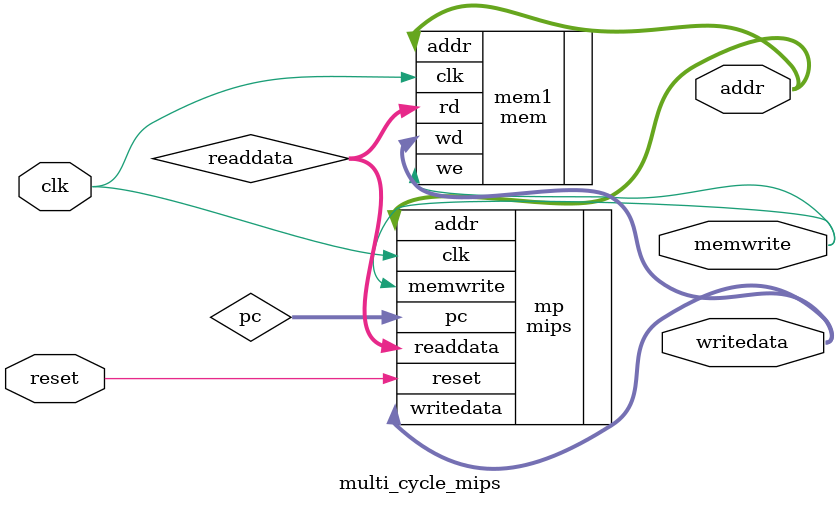
<source format=sv>
module multi_cycle_mips
    (input logic clk, reset,
    output logic memwrite,
    output logic [31:0] writedata, addr);

    logic [31:0] readdata;
    // NOTE: pc is not required in this block, it is only connected for debugging
    logic [31:0] pc;

    // mips controller
    mips    mp    (.clk(clk), .reset(reset), .readdata(readdata), .writedata(writedata), .addr(addr), .memwrite(memwrite), .pc(pc));
    // mem block
    mem    mem1    (.clk(clk), .we(memwrite), .addr(addr), .wd(writedata), .rd(readdata));

endmodule

</source>
